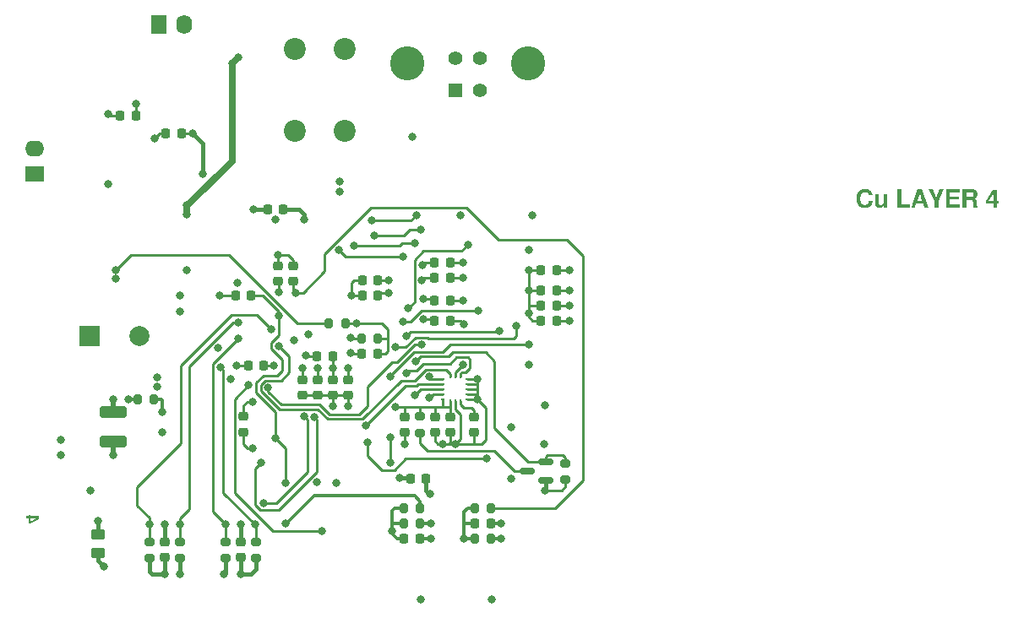
<source format=gbr>
%TF.GenerationSoftware,KiCad,Pcbnew,7.0.9-7.0.9~ubuntu22.04.1*%
%TF.CreationDate,2023-12-22T21:37:51-08:00*%
%TF.ProjectId,IMU-2X,494d552d-3258-42e6-9b69-6361645f7063,2*%
%TF.SameCoordinates,Original*%
%TF.FileFunction,Copper,L4,Bot*%
%TF.FilePolarity,Positive*%
%FSLAX46Y46*%
G04 Gerber Fmt 4.6, Leading zero omitted, Abs format (unit mm)*
G04 Created by KiCad (PCBNEW 7.0.9-7.0.9~ubuntu22.04.1) date 2023-12-22 21:37:51*
%MOMM*%
%LPD*%
G01*
G04 APERTURE LIST*
G04 Aperture macros list*
%AMRoundRect*
0 Rectangle with rounded corners*
0 $1 Rounding radius*
0 $2 $3 $4 $5 $6 $7 $8 $9 X,Y pos of 4 corners*
0 Add a 4 corners polygon primitive as box body*
4,1,4,$2,$3,$4,$5,$6,$7,$8,$9,$2,$3,0*
0 Add four circle primitives for the rounded corners*
1,1,$1+$1,$2,$3*
1,1,$1+$1,$4,$5*
1,1,$1+$1,$6,$7*
1,1,$1+$1,$8,$9*
0 Add four rect primitives between the rounded corners*
20,1,$1+$1,$2,$3,$4,$5,0*
20,1,$1+$1,$4,$5,$6,$7,0*
20,1,$1+$1,$6,$7,$8,$9,0*
20,1,$1+$1,$8,$9,$2,$3,0*%
G04 Aperture macros list end*
%ADD10C,0.300000*%
%TA.AperFunction,NonConductor*%
%ADD11C,0.300000*%
%TD*%
%TA.AperFunction,ComponentPad*%
%ADD12C,2.200000*%
%TD*%
%TA.AperFunction,ComponentPad*%
%ADD13R,1.600200X1.905000*%
%TD*%
%TA.AperFunction,ComponentPad*%
%ADD14O,1.600200X1.905000*%
%TD*%
%TA.AperFunction,ComponentPad*%
%ADD15R,1.400000X1.400000*%
%TD*%
%TA.AperFunction,ComponentPad*%
%ADD16C,1.400000*%
%TD*%
%TA.AperFunction,ComponentPad*%
%ADD17C,3.429000*%
%TD*%
%TA.AperFunction,ComponentPad*%
%ADD18R,1.905000X1.600200*%
%TD*%
%TA.AperFunction,ComponentPad*%
%ADD19O,1.905000X1.600200*%
%TD*%
%TA.AperFunction,ComponentPad*%
%ADD20R,2.000000X2.000000*%
%TD*%
%TA.AperFunction,ComponentPad*%
%ADD21C,2.000000*%
%TD*%
%TA.AperFunction,SMDPad,CuDef*%
%ADD22RoundRect,0.225000X-0.250000X0.225000X-0.250000X-0.225000X0.250000X-0.225000X0.250000X0.225000X0*%
%TD*%
%TA.AperFunction,SMDPad,CuDef*%
%ADD23RoundRect,0.225000X0.225000X0.250000X-0.225000X0.250000X-0.225000X-0.250000X0.225000X-0.250000X0*%
%TD*%
%TA.AperFunction,SMDPad,CuDef*%
%ADD24RoundRect,0.250000X-0.450000X0.262500X-0.450000X-0.262500X0.450000X-0.262500X0.450000X0.262500X0*%
%TD*%
%TA.AperFunction,SMDPad,CuDef*%
%ADD25RoundRect,0.225000X-0.225000X-0.250000X0.225000X-0.250000X0.225000X0.250000X-0.225000X0.250000X0*%
%TD*%
%TA.AperFunction,SMDPad,CuDef*%
%ADD26RoundRect,0.200000X0.200000X0.275000X-0.200000X0.275000X-0.200000X-0.275000X0.200000X-0.275000X0*%
%TD*%
%TA.AperFunction,SMDPad,CuDef*%
%ADD27RoundRect,0.200000X-0.200000X-0.275000X0.200000X-0.275000X0.200000X0.275000X-0.200000X0.275000X0*%
%TD*%
%TA.AperFunction,SMDPad,CuDef*%
%ADD28RoundRect,0.225000X0.250000X-0.225000X0.250000X0.225000X-0.250000X0.225000X-0.250000X-0.225000X0*%
%TD*%
%TA.AperFunction,SMDPad,CuDef*%
%ADD29RoundRect,0.200000X0.275000X-0.200000X0.275000X0.200000X-0.275000X0.200000X-0.275000X-0.200000X0*%
%TD*%
%TA.AperFunction,SMDPad,CuDef*%
%ADD30RoundRect,0.200000X-0.275000X0.200000X-0.275000X-0.200000X0.275000X-0.200000X0.275000X0.200000X0*%
%TD*%
%TA.AperFunction,SMDPad,CuDef*%
%ADD31RoundRect,0.150000X0.587500X0.150000X-0.587500X0.150000X-0.587500X-0.150000X0.587500X-0.150000X0*%
%TD*%
%TA.AperFunction,SMDPad,CuDef*%
%ADD32R,0.350000X0.250000*%
%TD*%
%TA.AperFunction,SMDPad,CuDef*%
%ADD33R,0.250000X0.350000*%
%TD*%
%TA.AperFunction,SMDPad,CuDef*%
%ADD34RoundRect,0.250000X-1.100000X0.325000X-1.100000X-0.325000X1.100000X-0.325000X1.100000X0.325000X0*%
%TD*%
%TA.AperFunction,ViaPad*%
%ADD35C,0.812800*%
%TD*%
%TA.AperFunction,Conductor*%
%ADD36C,0.254000*%
%TD*%
%TA.AperFunction,Conductor*%
%ADD37C,0.381000*%
%TD*%
%TA.AperFunction,Conductor*%
%ADD38C,0.304800*%
%TD*%
%TA.AperFunction,Conductor*%
%ADD39C,0.508000*%
%TD*%
%TA.AperFunction,Conductor*%
%ADD40C,0.635000*%
%TD*%
G04 APERTURE END LIST*
D10*
D11*
G36*
X130706252Y-122742352D02*
G01*
X131485445Y-122742352D01*
X131485445Y-123037031D01*
X130709974Y-123499832D01*
X130499046Y-123499832D01*
X130499046Y-122992364D01*
X130706252Y-122992364D01*
X130706252Y-123323025D01*
X131247841Y-122992364D01*
X130706252Y-122992364D01*
X130499046Y-122992364D01*
X130218636Y-122992364D01*
X130218636Y-122742352D01*
X130499046Y-122742352D01*
X130499046Y-122609902D01*
X130706252Y-122609902D01*
X130706252Y-122742352D01*
G37*
D10*
D11*
G36*
X214698400Y-90567224D02*
G01*
X214693760Y-90547053D01*
X214688631Y-90527521D01*
X214683015Y-90508630D01*
X214676911Y-90490380D01*
X214670320Y-90472770D01*
X214663240Y-90455800D01*
X214655673Y-90439471D01*
X214647619Y-90423781D01*
X214630046Y-90394324D01*
X214610523Y-90367429D01*
X214589049Y-90343095D01*
X214565624Y-90321322D01*
X214540249Y-90302111D01*
X214512922Y-90285462D01*
X214483645Y-90271374D01*
X214452417Y-90259847D01*
X214419238Y-90250882D01*
X214401917Y-90247360D01*
X214384109Y-90244478D01*
X214365813Y-90242237D01*
X214347028Y-90240636D01*
X214327757Y-90239675D01*
X214307997Y-90239355D01*
X214280532Y-90240020D01*
X214253830Y-90242015D01*
X214227891Y-90245340D01*
X214202716Y-90249995D01*
X214178303Y-90255979D01*
X214154655Y-90263294D01*
X214131769Y-90271938D01*
X214109647Y-90281913D01*
X214088289Y-90293217D01*
X214067693Y-90305852D01*
X214047861Y-90319816D01*
X214028793Y-90335110D01*
X214010488Y-90351734D01*
X213992946Y-90369689D01*
X213976167Y-90388973D01*
X213960152Y-90409586D01*
X213945007Y-90431330D01*
X213930839Y-90454112D01*
X213917648Y-90477932D01*
X213905435Y-90502790D01*
X213894198Y-90528687D01*
X213883939Y-90555621D01*
X213874656Y-90583594D01*
X213866351Y-90612605D01*
X213859023Y-90642654D01*
X213852672Y-90673741D01*
X213847298Y-90705866D01*
X213842901Y-90739030D01*
X213839481Y-90773232D01*
X213838137Y-90790722D01*
X213837038Y-90808471D01*
X213836183Y-90826481D01*
X213835573Y-90844749D01*
X213835206Y-90863278D01*
X213835084Y-90882065D01*
X213835202Y-90900557D01*
X213835557Y-90918795D01*
X213836149Y-90936778D01*
X213836977Y-90954506D01*
X213838042Y-90971980D01*
X213840882Y-91006165D01*
X213844668Y-91039332D01*
X213849401Y-91071481D01*
X213855080Y-91102612D01*
X213861706Y-91132726D01*
X213869279Y-91161821D01*
X213877798Y-91189899D01*
X213887263Y-91216959D01*
X213897675Y-91243001D01*
X213909034Y-91268026D01*
X213921339Y-91292033D01*
X213934591Y-91315021D01*
X213948790Y-91336992D01*
X213956244Y-91347596D01*
X213971818Y-91367895D01*
X213988142Y-91386884D01*
X214005215Y-91404563D01*
X214023039Y-91420933D01*
X214041612Y-91435993D01*
X214060935Y-91449743D01*
X214081008Y-91462184D01*
X214101831Y-91473316D01*
X214123403Y-91483137D01*
X214145725Y-91491650D01*
X214168797Y-91498852D01*
X214192619Y-91504745D01*
X214217190Y-91509329D01*
X214242512Y-91512603D01*
X214268583Y-91514567D01*
X214295404Y-91515222D01*
X214317007Y-91514851D01*
X214338063Y-91513736D01*
X214358574Y-91511879D01*
X214378538Y-91509278D01*
X214397956Y-91505935D01*
X214416828Y-91501848D01*
X214435154Y-91497019D01*
X214452933Y-91491446D01*
X214470166Y-91485131D01*
X214486853Y-91478072D01*
X214502994Y-91470271D01*
X214518588Y-91461726D01*
X214533636Y-91452439D01*
X214548138Y-91442408D01*
X214562094Y-91431635D01*
X214575504Y-91420118D01*
X214588299Y-91407918D01*
X214600413Y-91395094D01*
X214611845Y-91381645D01*
X214622594Y-91367572D01*
X214632662Y-91352875D01*
X214642048Y-91337554D01*
X214650752Y-91321608D01*
X214658774Y-91305038D01*
X214666114Y-91287844D01*
X214672772Y-91270026D01*
X214678748Y-91251583D01*
X214684043Y-91232516D01*
X214688655Y-91212825D01*
X214692585Y-91192510D01*
X214695834Y-91171570D01*
X214698400Y-91150006D01*
X215063616Y-91150006D01*
X215062316Y-91169422D01*
X215060639Y-91188586D01*
X215058587Y-91207498D01*
X215056159Y-91226158D01*
X215053356Y-91244567D01*
X215050176Y-91262723D01*
X215046621Y-91280628D01*
X215042690Y-91298280D01*
X215038384Y-91315681D01*
X215033701Y-91332830D01*
X215028643Y-91349726D01*
X215023209Y-91366371D01*
X215017400Y-91382764D01*
X215004654Y-91414795D01*
X214990404Y-91445817D01*
X214974652Y-91475833D01*
X214957397Y-91504840D01*
X214938639Y-91532840D01*
X214918378Y-91559832D01*
X214896613Y-91585817D01*
X214873346Y-91610794D01*
X214848576Y-91634763D01*
X214835628Y-91646370D01*
X214822391Y-91657671D01*
X214808899Y-91668614D01*
X214781148Y-91689423D01*
X214752376Y-91708797D01*
X214737608Y-91717946D01*
X214722584Y-91726736D01*
X214707304Y-91735167D01*
X214691769Y-91743239D01*
X214675979Y-91750953D01*
X214659934Y-91758308D01*
X214643634Y-91765304D01*
X214627078Y-91771942D01*
X214610267Y-91778220D01*
X214593200Y-91784140D01*
X214575878Y-91789701D01*
X214558301Y-91794903D01*
X214540469Y-91799747D01*
X214522381Y-91804231D01*
X214504038Y-91808357D01*
X214485440Y-91812124D01*
X214466586Y-91815533D01*
X214447477Y-91818582D01*
X214428113Y-91821273D01*
X214408494Y-91823605D01*
X214388619Y-91825579D01*
X214368489Y-91827193D01*
X214348104Y-91828449D01*
X214327463Y-91829346D01*
X214306567Y-91829884D01*
X214285416Y-91830063D01*
X214261820Y-91829813D01*
X214238532Y-91829062D01*
X214215551Y-91827811D01*
X214192877Y-91826060D01*
X214170510Y-91823808D01*
X214148450Y-91821056D01*
X214126696Y-91817803D01*
X214105250Y-91814050D01*
X214084111Y-91809796D01*
X214063280Y-91805042D01*
X214042755Y-91799788D01*
X214022537Y-91794033D01*
X214002626Y-91787778D01*
X213983022Y-91781022D01*
X213963725Y-91773766D01*
X213944736Y-91766009D01*
X213926053Y-91757752D01*
X213907677Y-91748995D01*
X213889609Y-91739737D01*
X213871847Y-91729979D01*
X213854393Y-91719720D01*
X213837245Y-91708961D01*
X213820405Y-91697702D01*
X213803871Y-91685942D01*
X213787645Y-91673682D01*
X213771726Y-91660921D01*
X213756113Y-91647660D01*
X213740808Y-91633898D01*
X213725810Y-91619636D01*
X213711119Y-91604874D01*
X213696735Y-91589611D01*
X213682657Y-91573848D01*
X213668951Y-91557654D01*
X213655681Y-91541101D01*
X213642845Y-91524189D01*
X213630444Y-91506917D01*
X213618478Y-91489285D01*
X213606948Y-91471294D01*
X213595853Y-91452943D01*
X213585192Y-91434232D01*
X213574967Y-91415162D01*
X213565177Y-91395732D01*
X213555822Y-91375942D01*
X213546903Y-91355793D01*
X213538418Y-91335284D01*
X213530368Y-91314416D01*
X213522754Y-91293188D01*
X213515575Y-91271600D01*
X213508830Y-91249653D01*
X213502521Y-91227346D01*
X213496647Y-91204679D01*
X213491208Y-91181653D01*
X213486204Y-91158267D01*
X213481636Y-91134522D01*
X213477502Y-91110417D01*
X213473804Y-91085952D01*
X213470540Y-91061128D01*
X213467712Y-91035944D01*
X213465319Y-91010401D01*
X213463361Y-90984497D01*
X213461838Y-90958235D01*
X213460750Y-90931612D01*
X213460098Y-90904630D01*
X213459880Y-90877289D01*
X213460100Y-90849785D01*
X213460759Y-90822644D01*
X213461857Y-90795865D01*
X213463395Y-90769449D01*
X213465372Y-90743394D01*
X213467789Y-90717702D01*
X213470644Y-90692372D01*
X213473939Y-90667403D01*
X213477674Y-90642798D01*
X213481848Y-90618554D01*
X213486461Y-90594672D01*
X213491514Y-90571153D01*
X213497005Y-90547996D01*
X213502937Y-90525201D01*
X213509307Y-90502768D01*
X213516117Y-90480697D01*
X213523367Y-90458989D01*
X213531055Y-90437642D01*
X213539183Y-90416658D01*
X213547751Y-90396036D01*
X213556757Y-90375776D01*
X213566204Y-90355879D01*
X213576089Y-90336343D01*
X213586414Y-90317170D01*
X213597178Y-90298359D01*
X213608381Y-90279910D01*
X213620024Y-90261823D01*
X213632106Y-90244098D01*
X213644628Y-90226736D01*
X213657589Y-90209735D01*
X213670989Y-90193097D01*
X213684829Y-90176821D01*
X213699071Y-90160978D01*
X213713626Y-90145637D01*
X213728493Y-90130800D01*
X213743672Y-90116465D01*
X213759163Y-90102634D01*
X213774966Y-90089305D01*
X213791081Y-90076479D01*
X213807508Y-90064157D01*
X213824248Y-90052337D01*
X213841299Y-90041020D01*
X213858663Y-90030207D01*
X213876339Y-90019896D01*
X213894327Y-90010088D01*
X213912627Y-90000783D01*
X213931240Y-89991981D01*
X213950164Y-89983682D01*
X213969401Y-89975886D01*
X213988949Y-89968593D01*
X214008810Y-89961803D01*
X214028983Y-89955516D01*
X214049468Y-89949732D01*
X214070265Y-89944451D01*
X214091374Y-89939673D01*
X214112796Y-89935398D01*
X214134529Y-89931625D01*
X214156575Y-89928356D01*
X214178933Y-89925590D01*
X214201603Y-89923326D01*
X214224585Y-89921566D01*
X214247879Y-89920309D01*
X214271485Y-89919554D01*
X214295404Y-89919303D01*
X214315456Y-89919471D01*
X214335281Y-89919978D01*
X214354879Y-89920822D01*
X214374250Y-89922003D01*
X214393393Y-89923522D01*
X214412309Y-89925379D01*
X214430997Y-89927573D01*
X214449459Y-89930105D01*
X214467693Y-89932974D01*
X214485699Y-89936181D01*
X214503479Y-89939726D01*
X214521031Y-89943608D01*
X214538356Y-89947828D01*
X214555453Y-89952385D01*
X214572323Y-89957280D01*
X214588966Y-89962512D01*
X214621570Y-89973989D01*
X214653264Y-89986817D01*
X214684049Y-90000995D01*
X214713925Y-90016523D01*
X214742892Y-90033402D01*
X214770950Y-90051631D01*
X214798098Y-90071210D01*
X214824337Y-90092140D01*
X214849465Y-90114199D01*
X214873171Y-90137276D01*
X214895456Y-90161371D01*
X214916319Y-90186483D01*
X214935761Y-90212614D01*
X214953782Y-90239762D01*
X214970380Y-90267928D01*
X214985557Y-90297112D01*
X214999313Y-90327314D01*
X215011647Y-90358533D01*
X215022560Y-90390771D01*
X215032051Y-90424026D01*
X215036263Y-90441035D01*
X215040120Y-90458299D01*
X215043622Y-90475817D01*
X215046768Y-90493589D01*
X215049559Y-90511616D01*
X215051995Y-90529898D01*
X215054075Y-90548434D01*
X215055800Y-90567224D01*
X214698400Y-90567224D01*
G37*
G36*
X216524914Y-91772741D02*
G01*
X216174897Y-91772741D01*
X216174897Y-91612497D01*
X216156317Y-91638843D01*
X216136838Y-91663489D01*
X216116460Y-91686436D01*
X216095183Y-91707682D01*
X216073007Y-91727229D01*
X216049931Y-91745077D01*
X216025957Y-91761224D01*
X216001083Y-91775672D01*
X215975311Y-91788420D01*
X215948639Y-91799468D01*
X215921068Y-91808817D01*
X215892599Y-91816465D01*
X215863230Y-91822415D01*
X215832962Y-91826664D01*
X215801795Y-91829213D01*
X215769729Y-91830063D01*
X215743234Y-91829585D01*
X215717489Y-91828150D01*
X215692493Y-91825758D01*
X215668247Y-91822409D01*
X215644751Y-91818104D01*
X215622005Y-91812842D01*
X215600008Y-91806623D01*
X215578762Y-91799448D01*
X215558265Y-91791315D01*
X215538518Y-91782226D01*
X215519520Y-91772181D01*
X215501273Y-91761178D01*
X215483775Y-91749219D01*
X215467027Y-91736303D01*
X215451029Y-91722430D01*
X215435780Y-91707601D01*
X215421372Y-91691901D01*
X215407893Y-91675418D01*
X215395343Y-91658151D01*
X215383723Y-91640100D01*
X215373033Y-91621266D01*
X215363272Y-91601647D01*
X215354441Y-91581245D01*
X215346539Y-91560060D01*
X215339567Y-91538090D01*
X215333525Y-91515337D01*
X215328412Y-91491801D01*
X215324229Y-91467480D01*
X215320975Y-91442376D01*
X215318651Y-91416488D01*
X215317257Y-91389817D01*
X215316792Y-91362361D01*
X215316792Y-90422180D01*
X215667243Y-90422180D01*
X215667243Y-91289839D01*
X215668122Y-91319235D01*
X215670758Y-91346735D01*
X215675151Y-91372337D01*
X215681302Y-91396044D01*
X215689211Y-91417854D01*
X215698876Y-91437767D01*
X215710300Y-91455784D01*
X215723480Y-91471904D01*
X215738418Y-91486128D01*
X215755114Y-91498455D01*
X215773566Y-91508886D01*
X215793777Y-91517421D01*
X215815744Y-91524058D01*
X215839469Y-91528800D01*
X215864952Y-91531644D01*
X215892192Y-91532593D01*
X215915688Y-91531955D01*
X215938298Y-91530043D01*
X215960023Y-91526856D01*
X215980863Y-91522394D01*
X216000817Y-91516658D01*
X216019886Y-91509646D01*
X216038069Y-91501360D01*
X216055366Y-91491799D01*
X216071778Y-91480963D01*
X216087305Y-91468853D01*
X216097164Y-91460071D01*
X216111056Y-91446053D01*
X216123581Y-91431195D01*
X216134740Y-91415498D01*
X216144533Y-91398962D01*
X216152959Y-91381585D01*
X216160019Y-91363369D01*
X216165712Y-91344313D01*
X216170039Y-91324417D01*
X216173000Y-91303682D01*
X216174594Y-91282107D01*
X216174897Y-91267257D01*
X216174897Y-90422180D01*
X216524914Y-90422180D01*
X216524914Y-91772741D01*
G37*
G36*
X217946259Y-89949267D02*
G01*
X217946259Y-91460071D01*
X218819130Y-91460071D01*
X218819130Y-91772741D01*
X217571055Y-91772741D01*
X217571055Y-89949267D01*
X217946259Y-89949267D01*
G37*
G36*
X220630009Y-91772741D02*
G01*
X220244818Y-91772741D01*
X220124961Y-91404919D01*
X219441864Y-91404919D01*
X219319401Y-91772741D01*
X218936815Y-91772741D01*
X219178447Y-91092249D01*
X219546956Y-91092249D01*
X220022040Y-91092249D01*
X219784498Y-90379622D01*
X219546956Y-91092249D01*
X219178447Y-91092249D01*
X219584302Y-89949267D01*
X219999893Y-89949267D01*
X220630009Y-91772741D01*
G37*
G36*
X221650964Y-91097460D02*
G01*
X221650964Y-91772741D01*
X221275760Y-91772741D01*
X221275760Y-91097460D01*
X220670396Y-89949267D01*
X221088158Y-89949267D01*
X221460756Y-90754826D01*
X221808167Y-89949267D01*
X222228534Y-89949267D01*
X221650964Y-91097460D01*
G37*
G36*
X222820436Y-90987157D02*
G01*
X222820436Y-91460071D01*
X223808386Y-91460071D01*
X223808386Y-91772741D01*
X222445232Y-91772741D01*
X222445232Y-89949267D01*
X223763223Y-89949267D01*
X223763223Y-90261937D01*
X222820436Y-90261937D01*
X222820436Y-90674487D01*
X223693306Y-90674487D01*
X223693306Y-90987157D01*
X222820436Y-90987157D01*
G37*
G36*
X225095988Y-89949453D02*
G01*
X225121487Y-89950433D01*
X225146299Y-89952252D01*
X225170423Y-89954911D01*
X225193861Y-89958410D01*
X225216611Y-89962749D01*
X225238675Y-89967927D01*
X225260051Y-89973944D01*
X225280740Y-89980802D01*
X225300743Y-89988499D01*
X225320058Y-89997036D01*
X225338591Y-90006178D01*
X225356246Y-90015855D01*
X225373024Y-90026066D01*
X225388923Y-90036812D01*
X225403945Y-90048092D01*
X225418088Y-90059906D01*
X225431354Y-90072254D01*
X225443742Y-90085137D01*
X225455252Y-90098554D01*
X225465884Y-90112506D01*
X225472485Y-90122104D01*
X225484848Y-90141456D01*
X225496315Y-90160862D01*
X225506887Y-90180322D01*
X225516563Y-90199837D01*
X225525343Y-90219406D01*
X225533228Y-90239029D01*
X225540216Y-90258707D01*
X225546310Y-90278439D01*
X225551602Y-90298191D01*
X225556189Y-90318147D01*
X225560070Y-90338306D01*
X225563246Y-90358669D01*
X225565716Y-90379236D01*
X225567480Y-90400006D01*
X225568539Y-90420979D01*
X225568891Y-90442156D01*
X225568591Y-90462579D01*
X225567689Y-90482590D01*
X225566185Y-90502192D01*
X225564081Y-90521382D01*
X225561375Y-90540162D01*
X225558067Y-90558532D01*
X225554158Y-90576491D01*
X225549648Y-90594040D01*
X225544537Y-90611178D01*
X225538824Y-90627906D01*
X225532510Y-90644223D01*
X225518077Y-90675626D01*
X225501239Y-90705386D01*
X225481996Y-90733505D01*
X225460347Y-90759981D01*
X225436293Y-90784816D01*
X225423364Y-90796617D01*
X225409833Y-90808008D01*
X225395702Y-90818989D01*
X225380968Y-90829559D01*
X225365634Y-90839718D01*
X225349698Y-90849467D01*
X225333161Y-90858805D01*
X225316022Y-90867733D01*
X225298282Y-90876250D01*
X225279941Y-90884357D01*
X225260998Y-90892054D01*
X225277385Y-90898825D01*
X225296323Y-90906794D01*
X225313543Y-90914211D01*
X225331940Y-90922384D01*
X225347863Y-90929763D01*
X225361313Y-90936348D01*
X225377653Y-90945739D01*
X225392038Y-90956183D01*
X225406507Y-90968704D01*
X225418975Y-90981091D01*
X225427321Y-90990197D01*
X225439230Y-91003943D01*
X225451116Y-91019323D01*
X225460841Y-91033997D01*
X225469309Y-91049902D01*
X225472485Y-91057508D01*
X225478130Y-91075611D01*
X225482364Y-91093286D01*
X225485893Y-91110696D01*
X225489421Y-91130546D01*
X225492244Y-91148181D01*
X225495067Y-91167377D01*
X225497747Y-91187319D01*
X225500142Y-91207193D01*
X225502252Y-91227000D01*
X225504078Y-91246738D01*
X225505618Y-91266409D01*
X225506873Y-91286012D01*
X225507843Y-91305547D01*
X225508529Y-91325015D01*
X225509180Y-91345615D01*
X225509832Y-91368549D01*
X225510320Y-91387282D01*
X225510809Y-91407328D01*
X225511297Y-91428687D01*
X225511786Y-91451358D01*
X225512274Y-91475343D01*
X225512763Y-91500640D01*
X225513089Y-91518235D01*
X225513414Y-91536413D01*
X225513740Y-91555174D01*
X225514446Y-91574349D01*
X225516564Y-91592462D01*
X225520095Y-91609514D01*
X225526999Y-91630599D01*
X225536414Y-91649798D01*
X225548339Y-91667111D01*
X225562775Y-91682538D01*
X225579721Y-91696078D01*
X225594079Y-91704995D01*
X225594079Y-91772741D01*
X225191082Y-91772741D01*
X225182763Y-91756537D01*
X225175177Y-91740496D01*
X225166725Y-91720675D01*
X225159418Y-91701107D01*
X225153256Y-91681794D01*
X225148239Y-91662736D01*
X225145050Y-91647673D01*
X225141797Y-91627291D01*
X225139592Y-91608604D01*
X225137740Y-91587800D01*
X225136240Y-91564879D01*
X225135347Y-91546299D01*
X225134652Y-91526528D01*
X225134156Y-91505566D01*
X225133858Y-91483414D01*
X225133759Y-91460071D01*
X225133793Y-91441798D01*
X225133931Y-91420388D01*
X225134175Y-91400568D01*
X225134525Y-91382339D01*
X225135084Y-91362563D01*
X225135797Y-91345077D01*
X225135930Y-91342385D01*
X225136946Y-91324244D01*
X225137801Y-91304682D01*
X225138330Y-91286368D01*
X225138536Y-91267257D01*
X225138051Y-91246319D01*
X225136597Y-91226494D01*
X225134173Y-91207785D01*
X225130780Y-91190189D01*
X225124748Y-91168462D01*
X225116993Y-91148717D01*
X225107513Y-91130953D01*
X225096311Y-91115170D01*
X225083385Y-91101369D01*
X225068647Y-91089257D01*
X225051792Y-91078760D01*
X225032820Y-91069878D01*
X225011731Y-91062611D01*
X224994525Y-91058220D01*
X224976128Y-91054738D01*
X224956541Y-91052164D01*
X224935762Y-91050499D01*
X224913793Y-91049742D01*
X224906205Y-91049691D01*
X224475850Y-91049691D01*
X224475850Y-91772741D01*
X224100646Y-91772741D01*
X224100646Y-90261937D01*
X224475850Y-90261937D01*
X224475850Y-90737021D01*
X224928352Y-90737021D01*
X224952680Y-90736605D01*
X224975833Y-90735357D01*
X224997810Y-90733277D01*
X225018611Y-90730365D01*
X225038237Y-90726621D01*
X225056688Y-90722044D01*
X225073962Y-90716636D01*
X225095167Y-90708131D01*
X225114281Y-90698146D01*
X225127245Y-90689687D01*
X225142818Y-90676191D01*
X225156314Y-90659587D01*
X225167734Y-90639875D01*
X225174936Y-90623052D01*
X225180970Y-90604481D01*
X225185836Y-90584162D01*
X225189535Y-90562094D01*
X225192065Y-90538279D01*
X225193428Y-90512716D01*
X225193688Y-90494702D01*
X225193115Y-90469230D01*
X225191398Y-90445415D01*
X225188535Y-90423256D01*
X225184527Y-90402754D01*
X225179375Y-90383908D01*
X225173077Y-90366718D01*
X225162899Y-90346376D01*
X225150685Y-90328978D01*
X225136436Y-90314525D01*
X225128548Y-90308403D01*
X225111171Y-90297513D01*
X225091608Y-90288074D01*
X225069861Y-90280088D01*
X225052117Y-90275051D01*
X225033144Y-90270831D01*
X225012942Y-90267427D01*
X224991511Y-90264841D01*
X224968850Y-90263071D01*
X224944961Y-90262118D01*
X224928352Y-90261937D01*
X224475850Y-90261937D01*
X224100646Y-90261937D01*
X224100646Y-89949267D01*
X225078608Y-89949267D01*
X225095988Y-89949453D01*
G37*
G36*
X227508314Y-91090078D02*
G01*
X227693744Y-91090078D01*
X227693744Y-91380166D01*
X227508314Y-91380166D01*
X227508314Y-91772741D01*
X227158297Y-91772741D01*
X227158297Y-91380166D01*
X226447841Y-91380166D01*
X226447841Y-91090078D01*
X226695372Y-91090078D01*
X227158297Y-91090078D01*
X227158297Y-90331853D01*
X226695372Y-91090078D01*
X226447841Y-91090078D01*
X226447841Y-91084867D01*
X227095763Y-89999207D01*
X227508314Y-89999207D01*
X227508314Y-91090078D01*
G37*
D12*
%TO.P,J2,1,Pin_1*%
%TO.N,/V_{BAT}*%
X162178500Y-75910500D03*
%TO.P,J2,2,Pin_2*%
%TO.N,GND*%
X157178500Y-75910500D03*
%TO.P,J2,3,Pin_3*%
%TO.N,/V_{BAT}*%
X162178500Y-84110500D03*
%TO.P,J2,4,Pin_4*%
%TO.N,GND*%
X157178500Y-84110500D03*
%TD*%
D13*
%TO.P,J1,1,Pin_1*%
%TO.N,/CAN_L*%
X143510000Y-73406000D03*
D14*
%TO.P,J1,2,Pin_2*%
%TO.N,/CAN_H*%
X146050000Y-73406000D03*
%TD*%
D15*
%TO.P,J3,1,VBUS*%
%TO.N,Net-(J3-VBUS)*%
X173228000Y-80010000D03*
D16*
%TO.P,J3,2,D-*%
%TO.N,/USB_D-*%
X175728000Y-80010000D03*
%TO.P,J3,3,D+*%
%TO.N,/USB_D+*%
X175728000Y-76810000D03*
%TO.P,J3,4,GND*%
%TO.N,GND*%
X173228000Y-76810000D03*
D17*
%TO.P,J3,5,Shield*%
X180498000Y-77300000D03*
X168458000Y-77300000D03*
%TD*%
D18*
%TO.P,J4,1,Pin_1*%
%TO.N,/CAN_L*%
X131064000Y-88392000D03*
D19*
%TO.P,J4,2,Pin_2*%
%TO.N,/CAN_H*%
X131064000Y-85852000D03*
%TD*%
D20*
%TO.P,C5,1*%
%TO.N,/Power Supply/V_{BAT_MON}*%
X136570323Y-104648000D03*
D21*
%TO.P,C5,2*%
%TO.N,GND*%
X141570323Y-104648000D03*
%TD*%
D22*
%TO.P,C31,1*%
%TO.N,Net-(U6-VREF+{slash}VREFBUF_OUT)*%
X157937200Y-109029200D03*
%TO.P,C31,2*%
%TO.N,GND*%
X157937200Y-110579200D03*
%TD*%
D23*
%TO.P,C10,1*%
%TO.N,+5V*%
X145809000Y-84328000D03*
%TO.P,C10,2*%
%TO.N,GND*%
X144259000Y-84328000D03*
%TD*%
%TO.P,C22,1*%
%TO.N,+3V3*%
X183401000Y-101600000D03*
%TO.P,C22,2*%
%TO.N,GND*%
X181851000Y-101600000D03*
%TD*%
D24*
%TO.P,R20,1*%
%TO.N,Net-(D4-KA)*%
X137414000Y-124563500D03*
%TO.P,R20,2*%
%TO.N,+3V3*%
X137414000Y-126388500D03*
%TD*%
D23*
%TO.P,C23,1*%
%TO.N,+3V3*%
X183401000Y-103124000D03*
%TO.P,C23,2*%
%TO.N,GND*%
X181851000Y-103124000D03*
%TD*%
%TO.P,C26,1*%
%TO.N,+3V3*%
X160947400Y-106680000D03*
%TO.P,C26,2*%
%TO.N,GND*%
X159397400Y-106680000D03*
%TD*%
%TO.P,C20,1*%
%TO.N,/~{T_NRST}*%
X152794000Y-100584000D03*
%TO.P,C20,2*%
%TO.N,GND*%
X151244000Y-100584000D03*
%TD*%
D25*
%TO.P,C14,1*%
%TO.N,+3V3*%
X171183000Y-98806000D03*
%TO.P,C14,2*%
%TO.N,GND*%
X172733000Y-98806000D03*
%TD*%
%TO.P,C17,1*%
%TO.N,+3V3*%
X163918600Y-99085400D03*
%TO.P,C17,2*%
%TO.N,GND*%
X165468600Y-99085400D03*
%TD*%
D26*
%TO.P,R12,1*%
%TO.N,Net-(U6-PA8{slash}ADC5_IN1)*%
X165493200Y-104902000D03*
%TO.P,R12,2*%
%TO.N,GND*%
X163843200Y-104902000D03*
%TD*%
D27*
%TO.P,R17,1*%
%TO.N,Net-(C40-Pad1)*%
X168085000Y-121920000D03*
%TO.P,R17,2*%
%TO.N,/~{T_NRST}*%
X169735000Y-121920000D03*
%TD*%
D22*
%TO.P,C36,1*%
%TO.N,+3V3*%
X151990000Y-112745000D03*
%TO.P,C36,2*%
%TO.N,GND*%
X151990000Y-114295000D03*
%TD*%
D25*
%TO.P,C9,1*%
%TO.N,+3V3*%
X139687000Y-82550000D03*
%TO.P,C9,2*%
%TO.N,GND*%
X141237000Y-82550000D03*
%TD*%
%TO.P,C12,1*%
%TO.N,+3V3*%
X171183000Y-97282000D03*
%TO.P,C12,2*%
%TO.N,GND*%
X172733000Y-97282000D03*
%TD*%
D23*
%TO.P,C39,1*%
%TO.N,+3V3*%
X176797000Y-123444000D03*
%TO.P,C39,2*%
%TO.N,Net-(C39-Pad2)*%
X175247000Y-123444000D03*
%TD*%
D28*
%TO.P,C42,1*%
%TO.N,+3V3*%
X144145000Y-126886000D03*
%TO.P,C42,2*%
%TO.N,GND*%
X144145000Y-125336000D03*
%TD*%
D22*
%TO.P,C33,1*%
%TO.N,Net-(U12-VDD)*%
X172720000Y-112763000D03*
%TO.P,C33,2*%
%TO.N,GND*%
X172720000Y-114313000D03*
%TD*%
D29*
%TO.P,R24,1*%
%TO.N,+3V3*%
X142621000Y-126936000D03*
%TO.P,R24,2*%
%TO.N,/LED1_RED*%
X142621000Y-125286000D03*
%TD*%
D28*
%TO.P,C16,1*%
%TO.N,+3V3*%
X155498800Y-99200000D03*
%TO.P,C16,2*%
%TO.N,GND*%
X155498800Y-97650000D03*
%TD*%
D26*
%TO.P,R13,1*%
%TO.N,GND*%
X143065000Y-110998000D03*
%TO.P,R13,2*%
%TO.N,Net-(U7-FB)*%
X141415000Y-110998000D03*
%TD*%
D22*
%TO.P,C34,1*%
%TO.N,Net-(U12-VDD)*%
X171196000Y-112763000D03*
%TO.P,C34,2*%
%TO.N,GND*%
X171196000Y-114313000D03*
%TD*%
D29*
%TO.P,R15,1*%
%TO.N,+3V3*%
X184277000Y-119062000D03*
%TO.P,R15,2*%
%TO.N,/TDK_PWR_EN*%
X184277000Y-117412000D03*
%TD*%
D30*
%TO.P,R22,1*%
%TO.N,/LED2_GRN*%
X150241000Y-125286000D03*
%TO.P,R22,2*%
%TO.N,GND*%
X150241000Y-126936000D03*
%TD*%
%TO.P,R14,1*%
%TO.N,Net-(U12-VDD)*%
X169672000Y-112713000D03*
%TO.P,R14,2*%
%TO.N,Net-(Q1-D)*%
X169672000Y-114363000D03*
%TD*%
D22*
%TO.P,C32,1*%
%TO.N,Net-(U12-REGOUT)*%
X175133000Y-112763000D03*
%TO.P,C32,2*%
%TO.N,GND*%
X175133000Y-114313000D03*
%TD*%
D31*
%TO.P,Q1,1,G*%
%TO.N,/TDK_PWR_EN*%
X182293500Y-117287000D03*
%TO.P,Q1,2,S*%
%TO.N,+3V3*%
X182293500Y-119187000D03*
%TO.P,Q1,3,D*%
%TO.N,Net-(Q1-D)*%
X180418500Y-118237000D03*
%TD*%
D22*
%TO.P,C28,1*%
%TO.N,+3V3*%
X162509200Y-109029200D03*
%TO.P,C28,2*%
%TO.N,GND*%
X162509200Y-110579200D03*
%TD*%
D28*
%TO.P,C41,1*%
%TO.N,+3V3*%
X151765000Y-126886000D03*
%TO.P,C41,2*%
%TO.N,GND*%
X151765000Y-125336000D03*
%TD*%
D23*
%TO.P,C25,1*%
%TO.N,Net-(U6-PA8{slash}ADC5_IN1)*%
X165443200Y-106426000D03*
%TO.P,C25,2*%
%TO.N,GND*%
X163893200Y-106426000D03*
%TD*%
%TO.P,C27,1*%
%TO.N,+3V3*%
X154038600Y-107619800D03*
%TO.P,C27,2*%
%TO.N,GND*%
X152488600Y-107619800D03*
%TD*%
%TO.P,C18,1*%
%TO.N,Net-(U4-VDDD-UNO)*%
X183401000Y-100076000D03*
%TO.P,C18,2*%
%TO.N,GND*%
X181851000Y-100076000D03*
%TD*%
D25*
%TO.P,C38,1*%
%TO.N,+3V3*%
X168785000Y-118940000D03*
%TO.P,C38,2*%
%TO.N,GND*%
X170335000Y-118940000D03*
%TD*%
D27*
%TO.P,R18,1*%
%TO.N,Net-(C40-Pad1)*%
X168085000Y-123444000D03*
%TO.P,R18,2*%
%TO.N,+3V3*%
X169735000Y-123444000D03*
%TD*%
%TO.P,R19,1*%
%TO.N,Net-(C39-Pad2)*%
X175197000Y-124968000D03*
%TO.P,R19,2*%
%TO.N,GND*%
X176847000Y-124968000D03*
%TD*%
D29*
%TO.P,R21,1*%
%TO.N,+3V3*%
X153289000Y-126936000D03*
%TO.P,R21,2*%
%TO.N,/LED2_RED*%
X153289000Y-125286000D03*
%TD*%
D32*
%TO.P,U12,1,VDDIO*%
%TO.N,Net-(U12-VDD)*%
X172003000Y-110982000D03*
%TO.P,U12,2,SCL/SPC*%
%TO.N,/SCK_TDK*%
X172003000Y-110482000D03*
%TO.P,U12,3,SDA/SDI*%
%TO.N,/MOSI_TDK*%
X172003000Y-109982000D03*
%TO.P,U12,4,SA0/SDO*%
%TO.N,/MISO_TDK*%
X172003000Y-109482000D03*
%TO.P,U12,5,~{CS}*%
%TO.N,/~{CS_TDK}*%
X172003000Y-108982000D03*
D33*
%TO.P,U12,6,INT*%
%TO.N,/INT_TDK*%
X172728000Y-108757000D03*
%TO.P,U12,7,RESV*%
%TO.N,GND*%
X173228000Y-108757000D03*
%TO.P,U12,8,FSYNC*%
%TO.N,/FSYNC_TDK*%
X173728000Y-108757000D03*
D32*
%TO.P,U12,9,RESV*%
%TO.N,GND*%
X174453000Y-108982000D03*
%TO.P,U12,10,RESV*%
X174453000Y-109482000D03*
%TO.P,U12,11,RESV*%
X174453000Y-109982000D03*
%TO.P,U12,12,RESV*%
X174453000Y-110482000D03*
%TO.P,U12,13,GND*%
X174453000Y-110982000D03*
D33*
%TO.P,U12,14,REGOUT*%
%TO.N,Net-(U12-REGOUT)*%
X173728000Y-111207000D03*
%TO.P,U12,15,RESV*%
%TO.N,GND*%
X173228000Y-111207000D03*
%TO.P,U12,16,VDD*%
%TO.N,Net-(U12-VDD)*%
X172728000Y-111207000D03*
%TD*%
D25*
%TO.P,C11,1*%
%TO.N,Net-(U3-VOUT)*%
X154469800Y-91948000D03*
%TO.P,C11,2*%
%TO.N,GND*%
X156019800Y-91948000D03*
%TD*%
D28*
%TO.P,C15,1*%
%TO.N,Net-(U6-PB8{slash}BOOT0)*%
X156972000Y-99200000D03*
%TO.P,C15,2*%
%TO.N,GND*%
X156972000Y-97650000D03*
%TD*%
D22*
%TO.P,C35,1*%
%TO.N,Net-(U12-VDD)*%
X168148000Y-112763000D03*
%TO.P,C35,2*%
%TO.N,GND*%
X168148000Y-114313000D03*
%TD*%
D25*
%TO.P,C40,1*%
%TO.N,Net-(C40-Pad1)*%
X168135000Y-124968000D03*
%TO.P,C40,2*%
%TO.N,GND*%
X169685000Y-124968000D03*
%TD*%
D34*
%TO.P,C37,1*%
%TO.N,GND*%
X138938000Y-112317000D03*
%TO.P,C37,2*%
%TO.N,/Power Supply/V_{BAT_MON}*%
X138938000Y-115267000D03*
%TD*%
D25*
%TO.P,C24,1*%
%TO.N,Net-(U4-VDDA-UNO)*%
X171183000Y-103124000D03*
%TO.P,C24,2*%
%TO.N,GND*%
X172733000Y-103124000D03*
%TD*%
D30*
%TO.P,R23,1*%
%TO.N,/LED1_GRN*%
X145669000Y-125286000D03*
%TO.P,R23,2*%
%TO.N,GND*%
X145669000Y-126936000D03*
%TD*%
D27*
%TO.P,R11,1*%
%TO.N,/Power Supply/V_{BAT_MON}*%
X160592000Y-103378000D03*
%TO.P,R11,2*%
%TO.N,Net-(U6-PA8{slash}ADC5_IN1)*%
X162242000Y-103378000D03*
%TD*%
D22*
%TO.P,C29,1*%
%TO.N,+3V3*%
X160985200Y-109029200D03*
%TO.P,C29,2*%
%TO.N,GND*%
X160985200Y-110579200D03*
%TD*%
D25*
%TO.P,C21,1*%
%TO.N,Net-(U4-VDDD-DUE)*%
X171170000Y-101092000D03*
%TO.P,C21,2*%
%TO.N,GND*%
X172720000Y-101092000D03*
%TD*%
D27*
%TO.P,R16,1*%
%TO.N,Net-(C39-Pad2)*%
X175197000Y-121920000D03*
%TO.P,R16,2*%
%TO.N,Net-(U6-PB8{slash}BOOT0)*%
X176847000Y-121920000D03*
%TD*%
D22*
%TO.P,C30,1*%
%TO.N,Net-(U6-VREF+{slash}VREFBUF_OUT)*%
X159461200Y-109029200D03*
%TO.P,C30,2*%
%TO.N,GND*%
X159461200Y-110579200D03*
%TD*%
D23*
%TO.P,C13,1*%
%TO.N,Net-(U4-VDDA-DUE)*%
X183401000Y-98044000D03*
%TO.P,C13,2*%
%TO.N,GND*%
X181851000Y-98044000D03*
%TD*%
D25*
%TO.P,C19,1*%
%TO.N,+3V3*%
X163918600Y-100609400D03*
%TO.P,C19,2*%
%TO.N,GND*%
X165468600Y-100609400D03*
%TD*%
D35*
%TO.N,+3V3*%
X169895020Y-99060000D03*
X161290000Y-119400900D03*
X145669000Y-102235000D03*
X170815000Y-123444000D03*
X145669000Y-100584000D03*
X151765000Y-128524000D03*
X184658000Y-101600000D03*
X161671000Y-90170000D03*
X184658000Y-103124000D03*
X155524200Y-100304600D03*
X160959800Y-107873800D03*
X162814000Y-100634800D03*
X152908000Y-111252000D03*
X161671000Y-89154000D03*
X167670000Y-118900000D03*
X155092400Y-107619800D03*
X177800000Y-123444000D03*
X138016480Y-127762000D03*
X143383000Y-109728000D03*
X176911000Y-131064000D03*
X138430000Y-82423000D03*
X138500000Y-89450000D03*
X143383000Y-108839000D03*
X182245000Y-120142000D03*
X144145000Y-128524000D03*
X169926000Y-97536000D03*
X162483800Y-107899200D03*
%TO.N,GND*%
X144170400Y-123571000D03*
X143129000Y-84836000D03*
X143891000Y-112268000D03*
X173990000Y-101092000D03*
X162788600Y-106400600D03*
X169799000Y-131064000D03*
X168910000Y-84709000D03*
X173736000Y-92583000D03*
X180975000Y-92583000D03*
X170815000Y-124968000D03*
X175420000Y-108990000D03*
X138938000Y-110998000D03*
X173294877Y-115473980D03*
X162788600Y-104876600D03*
X168148000Y-115473980D03*
X174000900Y-107548920D03*
X180594000Y-100076000D03*
X158115000Y-92964000D03*
X180594000Y-96012000D03*
X178880000Y-113820000D03*
X133731000Y-116586000D03*
X143891000Y-114300000D03*
X175420000Y-110998000D03*
X171958000Y-115473980D03*
X170688000Y-120523000D03*
X149606000Y-100584000D03*
X151358600Y-107619800D03*
X160985200Y-111655772D03*
X150020480Y-128524000D03*
X166598600Y-100330000D03*
X182190000Y-115470000D03*
X180594000Y-98044000D03*
X155244800Y-92964000D03*
X182200000Y-111570000D03*
X152908000Y-115951000D03*
X141224000Y-81407000D03*
X162509200Y-111709200D03*
X136652000Y-120142000D03*
X173990000Y-97282000D03*
X177800000Y-124968000D03*
X149504753Y-105892953D03*
X151384000Y-99314000D03*
X145669000Y-128524000D03*
X151765000Y-123571000D03*
X180594000Y-102362000D03*
X173990000Y-98806000D03*
X166573200Y-99085400D03*
X178860000Y-118950000D03*
X174117000Y-103505000D03*
X180594000Y-107569000D03*
X146304000Y-98044000D03*
X155448000Y-96520000D03*
X159370000Y-119354600D03*
X158267400Y-106654600D03*
%TO.N,+5V*%
X146939000Y-84328000D03*
X147955000Y-88392000D03*
%TO.N,/V_{BAT}*%
X151474497Y-76744503D03*
X150876000Y-77343000D03*
X146304000Y-92456000D03*
X146304000Y-91567000D03*
%TO.N,/Power Supply/V_{BAT_MON}*%
X133731000Y-115062000D03*
X139192000Y-98044000D03*
X138938000Y-116586000D03*
X139192000Y-98890403D03*
%TO.N,Net-(D4-KA)*%
X137414000Y-123190000D03*
%TO.N,/T_SWDIO*%
X152527000Y-109601000D03*
X159901910Y-124214910D03*
X158496000Y-104521000D03*
%TO.N,/T_SWCLK*%
X157061502Y-105118502D03*
X150718020Y-108966000D03*
%TO.N,/~{T_NRST}*%
X156210000Y-119380000D03*
X156209486Y-123444000D03*
X155591490Y-102599510D03*
X155194000Y-114935000D03*
%TO.N,/T_VCP_RX*%
X153797000Y-117348000D03*
X159132678Y-112826193D03*
%TO.N,/T_VCP_TX*%
X154051000Y-121412000D03*
X158115000Y-112744520D03*
%TO.N,/SCK_TDK*%
X170650000Y-110850000D03*
%TO.N,/~{CS_TDK}*%
X170612037Y-108763037D03*
%TO.N,/TDK_PWR_EN*%
X169291353Y-107188353D03*
%TO.N,/LED1_RED*%
X142621000Y-123545600D03*
X154813000Y-104013000D03*
%TO.N,/LED1_GRN*%
X151511000Y-103275900D03*
X145669000Y-123520200D03*
%TO.N,/LED2_RED*%
X149733000Y-107823000D03*
X153162000Y-123571000D03*
%TO.N,/LED2_GRN*%
X151511000Y-104902000D03*
X150241000Y-123571000D03*
%TO.N,/MOSI_TDK*%
X169174008Y-110606992D03*
%TO.N,/MISO_TDK*%
X164320000Y-113639600D03*
%TO.N,/INT_TDK*%
X155569004Y-105652177D03*
%TO.N,/FSYNC_TDK*%
X168325800Y-108387380D03*
%TO.N,/MOSI_DUE*%
X164846000Y-93091000D03*
X169350000Y-92552020D03*
%TO.N,/~{CS_DUE}*%
X169775000Y-94025000D03*
X165100000Y-94615000D03*
%TO.N,/SCK_DUE*%
X169164000Y-95377000D03*
X163068000Y-95631000D03*
%TO.N,/MISO_DUE*%
X161598590Y-96066590D03*
X168021000Y-96743520D03*
%TO.N,/~{RESET_UNO}*%
X169849300Y-105537000D03*
X154482300Y-109855000D03*
%TO.N,/MOSI_UNO*%
X168029910Y-103259910D03*
X175514000Y-102108000D03*
%TO.N,/~{CS_UNO}*%
X180594000Y-105537000D03*
X166751000Y-108712000D03*
%TO.N,/SCK_UNO*%
X177673000Y-104140000D03*
X168329590Y-104702590D03*
%TO.N,/MISO_UNO*%
X179324000Y-103632000D03*
X167250090Y-105782090D03*
%TO.N,/~{RESET_DUE}*%
X168550000Y-101900000D03*
X174498000Y-95504000D03*
%TO.N,/~{CS_TDK_ST}*%
X176403000Y-116967000D03*
X164456090Y-115345980D03*
%TO.N,/MOSI_TDK_ST*%
X166770000Y-117346480D03*
X166770000Y-114800000D03*
%TO.N,Net-(U3-VOUT)*%
X153035000Y-91948000D03*
%TO.N,Net-(U12-VDD)*%
X167246210Y-111747210D03*
%TO.N,Net-(U4-VDDA-DUE)*%
X184658000Y-98044000D03*
%TO.N,Net-(U6-PB8{slash}BOOT0)*%
X157226000Y-100330000D03*
%TO.N,Net-(U4-VDDD-UNO)*%
X184658000Y-100076000D03*
%TO.N,Net-(U4-VDDD-DUE)*%
X170053000Y-100965000D03*
%TO.N,Net-(U4-VDDA-UNO)*%
X170053000Y-102997000D03*
%TO.N,Net-(U6-PA8{slash}ADC5_IN1)*%
X163322000Y-103378000D03*
%TO.N,Net-(U6-VREF+{slash}VREFBUF_OUT)*%
X157937200Y-107873800D03*
X159461200Y-107873800D03*
%TO.N,Net-(C39-Pad2)*%
X174117000Y-124968000D03*
%TO.N,Net-(C40-Pad1)*%
X166878000Y-124206000D03*
%TO.N,Net-(U7-FB)*%
X140462000Y-110998000D03*
%TD*%
D36*
%TO.N,+3V3*%
X155524200Y-100304600D02*
X155524200Y-99225400D01*
X163893200Y-100634800D02*
X163918600Y-100609400D01*
X138430000Y-82423000D02*
X138557000Y-82550000D01*
D37*
X137414000Y-127159520D02*
X138016480Y-127762000D01*
X168745000Y-118900000D02*
X168785000Y-118940000D01*
D36*
X160985200Y-107899200D02*
X160959800Y-107873800D01*
X162483800Y-107899200D02*
X162483800Y-109029200D01*
D37*
X152781000Y-128524000D02*
X151765000Y-128524000D01*
D36*
X160985200Y-109029200D02*
X160985200Y-107899200D01*
X162814000Y-99339400D02*
X162814000Y-100634800D01*
D37*
X142621000Y-128270000D02*
X142875000Y-128524000D01*
X153289000Y-126936000D02*
X153289000Y-128016000D01*
D36*
X183896000Y-120142000D02*
X182245000Y-120142000D01*
X160959800Y-107873800D02*
X160959800Y-106692400D01*
X152908000Y-111252000D02*
X152400000Y-111252000D01*
X138557000Y-82550000D02*
X139687000Y-82550000D01*
D38*
X176797000Y-123444000D02*
X177800000Y-123444000D01*
D36*
X184277000Y-119062000D02*
X184277000Y-119761000D01*
X184658000Y-103124000D02*
X183401000Y-103124000D01*
X155524200Y-99225400D02*
X155498800Y-99200000D01*
D37*
X144145000Y-128524000D02*
X144145000Y-126886000D01*
X153289000Y-128016000D02*
X152781000Y-128524000D01*
X182293500Y-119187000D02*
X182293500Y-120093500D01*
D36*
X170180000Y-97282000D02*
X169926000Y-97536000D01*
X171183000Y-97282000D02*
X170180000Y-97282000D01*
X163918600Y-99085400D02*
X163068000Y-99085400D01*
X163068000Y-99085400D02*
X162814000Y-99339400D01*
X169895020Y-99060000D02*
X170149020Y-98806000D01*
X184277000Y-119761000D02*
X183896000Y-120142000D01*
X160959800Y-106692400D02*
X160947400Y-106680000D01*
X152019000Y-111633000D02*
X152019000Y-112716000D01*
X152400000Y-111252000D02*
X152019000Y-111633000D01*
D37*
X137414000Y-126388500D02*
X137414000Y-127159520D01*
X142875000Y-128524000D02*
X144145000Y-128524000D01*
D36*
X152019000Y-112716000D02*
X151990000Y-112745000D01*
D37*
X142621000Y-126936000D02*
X142621000Y-128270000D01*
D36*
X154038600Y-107619800D02*
X155092400Y-107619800D01*
D37*
X182293500Y-120093500D02*
X182245000Y-120142000D01*
X151765000Y-128524000D02*
X151765000Y-126886000D01*
D36*
X170149020Y-98806000D02*
X171183000Y-98806000D01*
D37*
X167670000Y-118900000D02*
X168745000Y-118900000D01*
D36*
X184658000Y-101600000D02*
X183401000Y-101600000D01*
D38*
X169735000Y-123444000D02*
X170815000Y-123444000D01*
D36*
X162814000Y-100634800D02*
X163893200Y-100634800D01*
%TO.N,GND*%
X162814000Y-106426000D02*
X162788600Y-106400600D01*
X175420000Y-108990000D02*
X175420000Y-109474000D01*
X151990000Y-115541000D02*
X152400000Y-115951000D01*
X174453000Y-109482000D02*
X175412000Y-109482000D01*
X172720000Y-115357020D02*
X172593000Y-115484020D01*
X172733000Y-98806000D02*
X173990000Y-98806000D01*
X141237000Y-81420000D02*
X141224000Y-81407000D01*
X158292800Y-106680000D02*
X158267400Y-106654600D01*
X165748000Y-100330000D02*
X165468600Y-100609400D01*
X180594000Y-98044000D02*
X180594000Y-100076000D01*
D39*
X138938000Y-110998000D02*
X138938000Y-112317000D01*
D37*
X150241000Y-128303480D02*
X150020480Y-128524000D01*
D36*
X156972000Y-97650000D02*
X156972000Y-97028000D01*
X156464000Y-96520000D02*
X155448000Y-96520000D01*
X175864020Y-115473980D02*
X176276000Y-115062000D01*
X173228000Y-111207000D02*
X173228000Y-112018013D01*
X144259000Y-84328000D02*
X143637000Y-84328000D01*
X172720000Y-114313000D02*
X172720000Y-115357020D01*
X162814000Y-104902000D02*
X162788600Y-104876600D01*
X175412000Y-110482000D02*
X175420000Y-110490000D01*
X180594000Y-100076000D02*
X181851000Y-100076000D01*
X175133000Y-114313000D02*
X175133000Y-115473980D01*
D37*
X170335000Y-120170000D02*
X170335000Y-118940000D01*
D36*
X174000900Y-107548920D02*
X173985840Y-107548920D01*
X180975000Y-103124000D02*
X181851000Y-103124000D01*
X141237000Y-82550000D02*
X141237000Y-81420000D01*
X163843200Y-104902000D02*
X162814000Y-104902000D01*
X155448000Y-97599200D02*
X155498800Y-97650000D01*
X180594000Y-102362000D02*
X180594000Y-102743000D01*
X151244000Y-100584000D02*
X149606000Y-100584000D01*
X151990000Y-114295000D02*
X151990000Y-115541000D01*
X173228000Y-108306760D02*
X173228000Y-108757000D01*
X174453000Y-110482000D02*
X175412000Y-110482000D01*
D37*
X151765000Y-123571000D02*
X151765000Y-125336000D01*
X144145000Y-125336000D02*
X144145000Y-123596400D01*
D36*
X171968040Y-115484020D02*
X171958000Y-115473980D01*
X173736000Y-112526013D02*
X173736000Y-115032857D01*
X159461200Y-110579200D02*
X160985200Y-110579200D01*
X176276000Y-111854000D02*
X175420000Y-110998000D01*
X172593000Y-115484020D02*
X171968040Y-115484020D01*
X175412000Y-109482000D02*
X175420000Y-109474000D01*
X159397400Y-106680000D02*
X158292800Y-106680000D01*
D37*
X170688000Y-120523000D02*
X170335000Y-120170000D01*
D36*
X162509200Y-110604600D02*
X162483800Y-110579200D01*
X157937200Y-110579200D02*
X159461200Y-110579200D01*
X175412000Y-108982000D02*
X175420000Y-108990000D01*
X174453000Y-108982000D02*
X175412000Y-108982000D01*
X173736000Y-103124000D02*
X172733000Y-103124000D01*
X173294877Y-115473980D02*
X175133000Y-115473980D01*
X166598600Y-100330000D02*
X165748000Y-100330000D01*
X160985200Y-110579200D02*
X162509200Y-110579200D01*
X173985840Y-107548920D02*
X173228000Y-108306760D01*
X165468600Y-99085400D02*
X166573200Y-99085400D01*
X151358600Y-107619800D02*
X152488600Y-107619800D01*
D38*
X143891000Y-111125000D02*
X143891000Y-112268000D01*
D36*
X181851000Y-101600000D02*
X180594000Y-101600000D01*
X160985200Y-111655772D02*
X160985200Y-110579200D01*
X171480980Y-115473980D02*
X171196000Y-115189000D01*
D37*
X150241000Y-126936000D02*
X150241000Y-128303480D01*
D38*
X143065000Y-110998000D02*
X143764000Y-110998000D01*
D36*
X180594000Y-102743000D02*
X180975000Y-103124000D01*
X174117000Y-103505000D02*
X173736000Y-103124000D01*
X168148000Y-114313000D02*
X168148000Y-115473980D01*
X175420000Y-109982000D02*
X175420000Y-110490000D01*
X175420000Y-109474000D02*
X175420000Y-109982000D01*
X180594000Y-98044000D02*
X181851000Y-98044000D01*
X175420000Y-110998000D02*
X175420000Y-110490000D01*
X162509200Y-111709200D02*
X162509200Y-110604600D01*
D37*
X158115000Y-92456000D02*
X158115000Y-92964000D01*
D36*
X175420000Y-110998000D02*
X175404000Y-110982000D01*
D37*
X156019800Y-91973400D02*
X157632400Y-91973400D01*
D38*
X143764000Y-110998000D02*
X143891000Y-111125000D01*
D36*
X155448000Y-96520000D02*
X155448000Y-97599200D01*
X171958000Y-115473980D02*
X171480980Y-115473980D01*
X176276000Y-115062000D02*
X176276000Y-111854000D01*
X172733000Y-97282000D02*
X173990000Y-97282000D01*
D38*
X169685000Y-124968000D02*
X170815000Y-124968000D01*
D36*
X175133000Y-115473980D02*
X175864020Y-115473980D01*
X174453000Y-109982000D02*
X175420000Y-109982000D01*
X143637000Y-84328000D02*
X143129000Y-84836000D01*
X175404000Y-110982000D02*
X174453000Y-110982000D01*
D37*
X144145000Y-123596400D02*
X144170400Y-123571000D01*
D36*
X173990000Y-101092000D02*
X172720000Y-101092000D01*
X156972000Y-97028000D02*
X156464000Y-96520000D01*
X173736000Y-115032857D02*
X173294877Y-115473980D01*
X173284837Y-115484020D02*
X172593000Y-115484020D01*
X180594000Y-101600000D02*
X180594000Y-102362000D01*
D38*
X176847000Y-124968000D02*
X177800000Y-124968000D01*
D36*
X173228000Y-112018013D02*
X173736000Y-112526013D01*
X163893200Y-106426000D02*
X162814000Y-106426000D01*
X180594000Y-100076000D02*
X180594000Y-102362000D01*
D37*
X157632400Y-91973400D02*
X158115000Y-92456000D01*
D36*
X173294877Y-115473980D02*
X173284837Y-115484020D01*
D37*
X145669000Y-126936000D02*
X145669000Y-128524000D01*
D36*
X152400000Y-115951000D02*
X152908000Y-115951000D01*
X171196000Y-115189000D02*
X171196000Y-114313000D01*
D37*
%TO.N,+5V*%
X147955000Y-85344000D02*
X146939000Y-84328000D01*
X147955000Y-88392000D02*
X147955000Y-85344000D01*
D36*
X145809000Y-84328000D02*
X146939000Y-84328000D01*
D40*
%TO.N,/V_{BAT}*%
X146304000Y-91567000D02*
X146304000Y-92456000D01*
X146304000Y-91567000D02*
X146431000Y-91567000D01*
X146431000Y-91567000D02*
X150876000Y-87122000D01*
X150876000Y-87122000D02*
X150876000Y-77343000D01*
X150876000Y-77343000D02*
X151474497Y-76744503D01*
D36*
%TO.N,/Power Supply/V_{BAT_MON}*%
X160592000Y-103378000D02*
X157403800Y-103378000D01*
X150545800Y-96520000D02*
X140716000Y-96520000D01*
X140716000Y-96520000D02*
X139192000Y-98044000D01*
X157403800Y-103378000D02*
X150545800Y-96520000D01*
D39*
X138938000Y-115267000D02*
X138938000Y-116586000D01*
D37*
%TO.N,Net-(D4-KA)*%
X137414000Y-123190000D02*
X137414000Y-124563500D01*
D36*
%TO.N,Net-(U12-REGOUT)*%
X173728000Y-111207000D02*
X173728000Y-111493606D01*
X174879000Y-111887000D02*
X175133000Y-112141000D01*
X174121394Y-111887000D02*
X174879000Y-111887000D01*
X173728000Y-111493606D02*
X174121394Y-111887000D01*
X175133000Y-112141000D02*
X175133000Y-112763000D01*
%TO.N,/T_SWDIO*%
X154940000Y-124206000D02*
X151130000Y-120396000D01*
X159901910Y-124214910D02*
X159893000Y-124206000D01*
X159893000Y-124206000D02*
X154940000Y-124206000D01*
X151130000Y-110998000D02*
X152527000Y-109601000D01*
X151130000Y-120396000D02*
X151130000Y-110998000D01*
%TO.N,/~{T_NRST}*%
X155397200Y-108610400D02*
X154052980Y-108610400D01*
X155591490Y-102599510D02*
X155575000Y-102616000D01*
X155194000Y-112268000D02*
X155194000Y-114935000D01*
X155194000Y-114935000D02*
X156210000Y-115951000D01*
X153970406Y-100584000D02*
X152794000Y-100584000D01*
X156210000Y-115951000D02*
X156210000Y-119380000D01*
X155591490Y-102205084D02*
X153970406Y-100584000D01*
X153298660Y-110372660D02*
X155194000Y-112268000D01*
D38*
X159129200Y-120650000D02*
X169164000Y-120650000D01*
X169735000Y-121221000D02*
X169735000Y-121920000D01*
X156335200Y-123444000D02*
X159129200Y-120650000D01*
D36*
X155575000Y-102616000D02*
X155575000Y-104611655D01*
X154837484Y-105967884D02*
X155905200Y-107035600D01*
X155905200Y-108102400D02*
X155397200Y-108610400D01*
X155575000Y-104611655D02*
X154837484Y-105349171D01*
X154052980Y-108610400D02*
X153298660Y-109364720D01*
X154837484Y-105349171D02*
X154837484Y-105967884D01*
D38*
X169164000Y-120650000D02*
X169735000Y-121221000D01*
D36*
X155591490Y-102599510D02*
X155591490Y-102205084D01*
X155905200Y-107035600D02*
X155905200Y-108102400D01*
D38*
X156209486Y-123444000D02*
X156335200Y-123444000D01*
D36*
X153298660Y-109364720D02*
X153298660Y-110372660D01*
%TO.N,/T_VCP_RX*%
X153212800Y-121640600D02*
X153212800Y-117932200D01*
X155546554Y-122143520D02*
X153715720Y-122143520D01*
X159132678Y-112826193D02*
X159359600Y-113053115D01*
X159359600Y-118330474D02*
X155546554Y-122143520D01*
X153715720Y-122143520D02*
X153212800Y-121640600D01*
X153212800Y-117932200D02*
X153797000Y-117348000D01*
X159359600Y-113053115D02*
X159359600Y-118330474D01*
%TO.N,/T_VCP_TX*%
X158115000Y-112744520D02*
X158445200Y-113074720D01*
X158445200Y-118313200D02*
X155346400Y-121412000D01*
X155346400Y-121412000D02*
X154051000Y-121412000D01*
X158445200Y-113074720D02*
X158445200Y-118313200D01*
%TO.N,/SCK_TDK*%
X170700000Y-110850000D02*
X171068000Y-110482000D01*
X171068000Y-110482000D02*
X172003000Y-110482000D01*
X170650000Y-110850000D02*
X170700000Y-110850000D01*
%TO.N,/~{CS_TDK}*%
X170612037Y-108763037D02*
X170831000Y-108982000D01*
X170831000Y-108982000D02*
X172003000Y-108982000D01*
%TO.N,/TDK_PWR_EN*%
X184277000Y-116840000D02*
X184277000Y-117412000D01*
X182293500Y-116791500D02*
X182499000Y-116586000D01*
X184023000Y-116586000D02*
X184277000Y-116840000D01*
X172974000Y-106299000D02*
X176276000Y-106299000D01*
X182293500Y-117287000D02*
X182293500Y-116791500D01*
X180533000Y-117287000D02*
X182293500Y-117287000D01*
X182499000Y-116586000D02*
X184023000Y-116586000D01*
X169291353Y-107188353D02*
X169759066Y-106720640D01*
X176276000Y-106299000D02*
X177165000Y-107188000D01*
X169759066Y-106720640D02*
X172552360Y-106720640D01*
X177165000Y-113919000D02*
X180533000Y-117287000D01*
X172552360Y-106720640D02*
X172974000Y-106299000D01*
X177165000Y-107188000D02*
X177165000Y-113919000D01*
%TO.N,/LED1_RED*%
X142621000Y-123545600D02*
X142621000Y-125286000D01*
X145745200Y-115443000D02*
X145745200Y-107594400D01*
X150799800Y-102539800D02*
X153339800Y-102539800D01*
X141376400Y-119811800D02*
X145745200Y-115443000D01*
X142621000Y-122910600D02*
X141376400Y-121666000D01*
X142621000Y-123545600D02*
X142621000Y-122910600D01*
X153339800Y-102539800D02*
X154813000Y-104013000D01*
X145745200Y-107594400D02*
X150799800Y-102539800D01*
X141376400Y-121666000D02*
X141376400Y-119811800D01*
%TO.N,/LED1_GRN*%
X145669000Y-122936000D02*
X146558000Y-122047000D01*
X145669000Y-123520200D02*
X145669000Y-125286000D01*
X151003500Y-103275900D02*
X151511000Y-103275900D01*
X146558000Y-107721400D02*
X151003500Y-103275900D01*
X146558000Y-122047000D02*
X146558000Y-107721400D01*
X145669000Y-123520200D02*
X145669000Y-122936000D01*
%TO.N,/LED2_RED*%
X149987000Y-108077000D02*
X149733000Y-107823000D01*
X153162000Y-123571000D02*
X149987000Y-120396000D01*
X149987000Y-120396000D02*
X149987000Y-108077000D01*
X153289000Y-123698000D02*
X153289000Y-125286000D01*
X153162000Y-123571000D02*
X153289000Y-123698000D01*
%TO.N,/LED2_GRN*%
X151511000Y-104902000D02*
X151511000Y-104927710D01*
X148971000Y-122301000D02*
X150241000Y-123571000D01*
X148971000Y-107467710D02*
X148971000Y-122301000D01*
X150241000Y-125286000D02*
X150241000Y-123571000D01*
X151511000Y-104927710D02*
X148971000Y-107467710D01*
%TO.N,/MOSI_TDK*%
X169803394Y-109982000D02*
X172003000Y-109982000D01*
X169178402Y-110606992D02*
X169803394Y-109982000D01*
X169174008Y-110606992D02*
X169178402Y-110606992D01*
%TO.N,/MISO_TDK*%
X168259600Y-109700000D02*
X169350000Y-109700000D01*
X169555443Y-109494557D02*
X170915043Y-109494557D01*
X170915043Y-109494557D02*
X170927600Y-109482000D01*
X169350000Y-109700000D02*
X169555443Y-109494557D01*
X170927600Y-109482000D02*
X172003000Y-109482000D01*
X164320000Y-113639600D02*
X168259600Y-109700000D01*
%TO.N,/INT_TDK*%
X155606274Y-112013500D02*
X153750780Y-110158006D01*
X170321254Y-108020000D02*
X169222854Y-109118400D01*
X167856915Y-109118400D02*
X164067235Y-112908080D01*
X163920474Y-113004600D02*
X160452622Y-113004600D01*
X156591000Y-108331000D02*
X156591000Y-106674173D01*
X164067235Y-112908080D02*
X164016994Y-112908080D01*
X153750780Y-109551994D02*
X154179294Y-109123480D01*
X164016994Y-112908080D02*
X163920474Y-113004600D01*
X154179294Y-109123480D02*
X155798520Y-109123480D01*
X159461522Y-112013500D02*
X155606274Y-112013500D01*
X169222854Y-109118400D02*
X167856915Y-109118400D01*
X172728000Y-108448000D02*
X172300000Y-108020000D01*
X156591000Y-106674173D02*
X155569004Y-105652177D01*
X172728000Y-108757000D02*
X172728000Y-108448000D01*
X153750780Y-110158006D02*
X153750780Y-109551994D01*
X172300000Y-108020000D02*
X170321254Y-108020000D01*
X160452622Y-113004600D02*
X159461522Y-112013500D01*
X155798520Y-109123480D02*
X156591000Y-108331000D01*
%TO.N,/FSYNC_TDK*%
X173893714Y-108280440D02*
X173728000Y-108446154D01*
X173728000Y-108446154D02*
X173728000Y-108757000D01*
X170063526Y-107450000D02*
X172712000Y-107450000D01*
X174732420Y-107851926D02*
X174303906Y-108280440D01*
X174303906Y-108280440D02*
X173893714Y-108280440D01*
X169374812Y-108138714D02*
X170063526Y-107450000D01*
X168325800Y-108387380D02*
X168574466Y-108138714D01*
X174732420Y-107041420D02*
X174732420Y-107851926D01*
X173344600Y-106817400D02*
X174508400Y-106817400D01*
X174508400Y-106817400D02*
X174732420Y-107041420D01*
X172712000Y-107450000D02*
X173344600Y-106817400D01*
X168574466Y-108138714D02*
X169374812Y-108138714D01*
%TO.N,/MOSI_DUE*%
X165989000Y-93091000D02*
X164846000Y-93091000D01*
X168802020Y-93100000D02*
X165998000Y-93100000D01*
X169350000Y-92552020D02*
X168802020Y-93100000D01*
X165998000Y-93100000D02*
X165989000Y-93091000D01*
%TO.N,/~{CS_DUE}*%
X168085000Y-94615000D02*
X165100000Y-94615000D01*
X168675000Y-94025000D02*
X168085000Y-94615000D01*
X169775000Y-94025000D02*
X168675000Y-94025000D01*
%TO.N,/SCK_DUE*%
X167894000Y-95377000D02*
X169164000Y-95377000D01*
X163068000Y-95631000D02*
X167640000Y-95631000D01*
X167640000Y-95631000D02*
X167894000Y-95377000D01*
%TO.N,/MISO_DUE*%
X161598590Y-96066590D02*
X162275520Y-96743520D01*
X162275520Y-96743520D02*
X168021000Y-96743520D01*
%TO.N,/~{RESET_UNO}*%
X164465000Y-109728000D02*
X166878000Y-107315000D01*
X159648796Y-111561380D02*
X160639896Y-112552480D01*
X154482300Y-109855000D02*
X154482300Y-110235500D01*
X169233774Y-105537000D02*
X169849300Y-105537000D01*
X167455774Y-107315000D02*
X169233774Y-105537000D01*
X154482300Y-110235500D02*
X155808180Y-111561380D01*
X155808180Y-111561380D02*
X159648796Y-111561380D01*
X164465000Y-111714280D02*
X164465000Y-109728000D01*
X163626800Y-112552480D02*
X164465000Y-111714280D01*
X166878000Y-107315000D02*
X167455774Y-107315000D01*
X160639896Y-112552480D02*
X163626800Y-112552480D01*
%TO.N,/MOSI_UNO*%
X168755564Y-103259910D02*
X169907474Y-102108000D01*
X169907474Y-102108000D02*
X175514000Y-102108000D01*
X168029910Y-103259910D02*
X168755564Y-103259910D01*
%TO.N,/~{CS_UNO}*%
X169141648Y-106268520D02*
X171988480Y-106268520D01*
X166751000Y-108659168D02*
X169141648Y-106268520D01*
X172720000Y-105537000D02*
X180594000Y-105537000D01*
X171988480Y-106268520D02*
X172720000Y-105537000D01*
X166751000Y-108712000D02*
X166751000Y-108659168D01*
%TO.N,/SCK_UNO*%
X168329590Y-104702590D02*
X168765180Y-104267000D01*
X177546000Y-104267000D02*
X177673000Y-104140000D01*
X168765180Y-104267000D02*
X177546000Y-104267000D01*
%TO.N,/MISO_UNO*%
X170561000Y-104897420D02*
X170469060Y-104805480D01*
X179324000Y-104648000D02*
X179074580Y-104897420D01*
X169260520Y-104805480D02*
X168283910Y-105782090D01*
X179074580Y-104897420D02*
X170561000Y-104897420D01*
X168283910Y-105782090D02*
X167250090Y-105782090D01*
X170469060Y-104805480D02*
X169260520Y-104805480D01*
X179324000Y-103632000D02*
X179324000Y-104648000D01*
%TO.N,/~{RESET_DUE}*%
X169164000Y-97028000D02*
X170053000Y-96139000D01*
X168550000Y-101900000D02*
X169164000Y-101286000D01*
X169164000Y-101286000D02*
X169164000Y-97028000D01*
X173863000Y-96139000D02*
X174498000Y-95504000D01*
X170053000Y-96139000D02*
X173863000Y-96139000D01*
%TO.N,/~{CS_TDK_ST}*%
X168275000Y-116967000D02*
X176403000Y-116967000D01*
X164456090Y-116704090D02*
X165862000Y-118110000D01*
X164456090Y-115345980D02*
X164456090Y-116704090D01*
X165862000Y-118110000D02*
X167132000Y-118110000D01*
X167132000Y-118110000D02*
X168275000Y-116967000D01*
%TO.N,/MOSI_TDK_ST*%
X166770000Y-114800000D02*
X166770000Y-117346480D01*
D37*
%TO.N,Net-(U3-VOUT)*%
X154444400Y-91948000D02*
X153035000Y-91948000D01*
X154469800Y-91973400D02*
X154444400Y-91948000D01*
D36*
%TO.N,Net-(U12-VDD)*%
X172003000Y-111754200D02*
X172008800Y-111760000D01*
X171196000Y-111760000D02*
X172008800Y-111760000D01*
X169672000Y-112713000D02*
X169672000Y-111760000D01*
X172728000Y-112755000D02*
X172720000Y-112763000D01*
X171196000Y-112763000D02*
X171196000Y-111760000D01*
X169672000Y-111760000D02*
X171196000Y-111760000D01*
X172728000Y-111207000D02*
X172728000Y-111760000D01*
X168148000Y-112763000D02*
X168148000Y-111760000D01*
X168148000Y-111760000D02*
X169672000Y-111760000D01*
X172728000Y-111760000D02*
X172728000Y-112755000D01*
X168135210Y-111747210D02*
X168148000Y-111760000D01*
X172008800Y-111760000D02*
X172728000Y-111760000D01*
X172003000Y-110982000D02*
X172003000Y-111754200D01*
X167246210Y-111747210D02*
X168135210Y-111747210D01*
%TO.N,Net-(U4-VDDA-DUE)*%
X184658000Y-98044000D02*
X183401000Y-98044000D01*
%TO.N,Net-(U6-PB8{slash}BOOT0)*%
X177546000Y-94996000D02*
X184404000Y-94996000D01*
X186055000Y-119126000D02*
X183261000Y-121920000D01*
X157988000Y-100330000D02*
X160147000Y-98171000D01*
X164809654Y-91821000D02*
X174371000Y-91821000D01*
X156972000Y-99200000D02*
X156972000Y-100076000D01*
X157226000Y-100330000D02*
X157988000Y-100330000D01*
X183261000Y-121920000D02*
X176847000Y-121920000D01*
X160147000Y-98171000D02*
X160147000Y-96483654D01*
X174371000Y-91821000D02*
X177546000Y-94996000D01*
X184404000Y-94996000D02*
X186055000Y-96647000D01*
X160147000Y-96483654D02*
X164809654Y-91821000D01*
X156972000Y-100076000D02*
X157226000Y-100330000D01*
X186055000Y-96647000D02*
X186055000Y-119126000D01*
%TO.N,Net-(U4-VDDD-UNO)*%
X184658000Y-100076000D02*
X183401000Y-100076000D01*
%TO.N,Net-(U4-VDDD-DUE)*%
X171043000Y-100965000D02*
X171170000Y-101092000D01*
X170053000Y-100965000D02*
X171043000Y-100965000D01*
%TO.N,Net-(U4-VDDA-UNO)*%
X171056000Y-102997000D02*
X171183000Y-103124000D01*
X170053000Y-102997000D02*
X171056000Y-102997000D01*
%TO.N,Net-(U6-PA8{slash}ADC5_IN1)*%
X166497000Y-104013000D02*
X166497000Y-104902000D01*
X165443200Y-106426000D02*
X166243000Y-106426000D01*
X163322000Y-103378000D02*
X165862000Y-103378000D01*
X162242000Y-103378000D02*
X163322000Y-103378000D01*
X165862000Y-103378000D02*
X166497000Y-104013000D01*
X166243000Y-106426000D02*
X166497000Y-106172000D01*
X165493200Y-104902000D02*
X166497000Y-104902000D01*
X166497000Y-106172000D02*
X166497000Y-104902000D01*
%TO.N,Net-(U6-VREF+{slash}VREFBUF_OUT)*%
X159461200Y-107873800D02*
X159461200Y-109029200D01*
X157937200Y-107873800D02*
X157937200Y-109029200D01*
D38*
%TO.N,Net-(C39-Pad2)*%
X174117000Y-122301000D02*
X174117000Y-123825000D01*
X175247000Y-123444000D02*
X174117000Y-123444000D01*
X175197000Y-121920000D02*
X174498000Y-121920000D01*
X174498000Y-121920000D02*
X174117000Y-122301000D01*
X174117000Y-123825000D02*
X174117000Y-124968000D01*
X175197000Y-124968000D02*
X174117000Y-124968000D01*
X174117000Y-123444000D02*
X174117000Y-123825000D01*
%TO.N,Net-(C40-Pad1)*%
X166878000Y-122174000D02*
X167132000Y-121920000D01*
X166878000Y-124460000D02*
X167386000Y-124968000D01*
X166878000Y-124206000D02*
X166878000Y-124460000D01*
X166878000Y-123444000D02*
X168085000Y-123444000D01*
X167386000Y-124968000D02*
X168135000Y-124968000D01*
X166878000Y-124206000D02*
X166878000Y-122174000D01*
X166878000Y-124206000D02*
X166878000Y-123444000D01*
X167132000Y-121920000D02*
X168085000Y-121920000D01*
D36*
%TO.N,Net-(Q1-D)*%
X179197000Y-118237000D02*
X177165000Y-116205000D01*
X177165000Y-116205000D02*
X177154460Y-116215540D01*
X169672000Y-115443000D02*
X169672000Y-114363000D01*
X177154460Y-116215540D02*
X170444540Y-116215540D01*
X170444540Y-116215540D02*
X169672000Y-115443000D01*
X180418500Y-118237000D02*
X179197000Y-118237000D01*
D38*
%TO.N,Net-(U7-FB)*%
X141415000Y-110998000D02*
X140462000Y-110998000D01*
%TD*%
M02*

</source>
